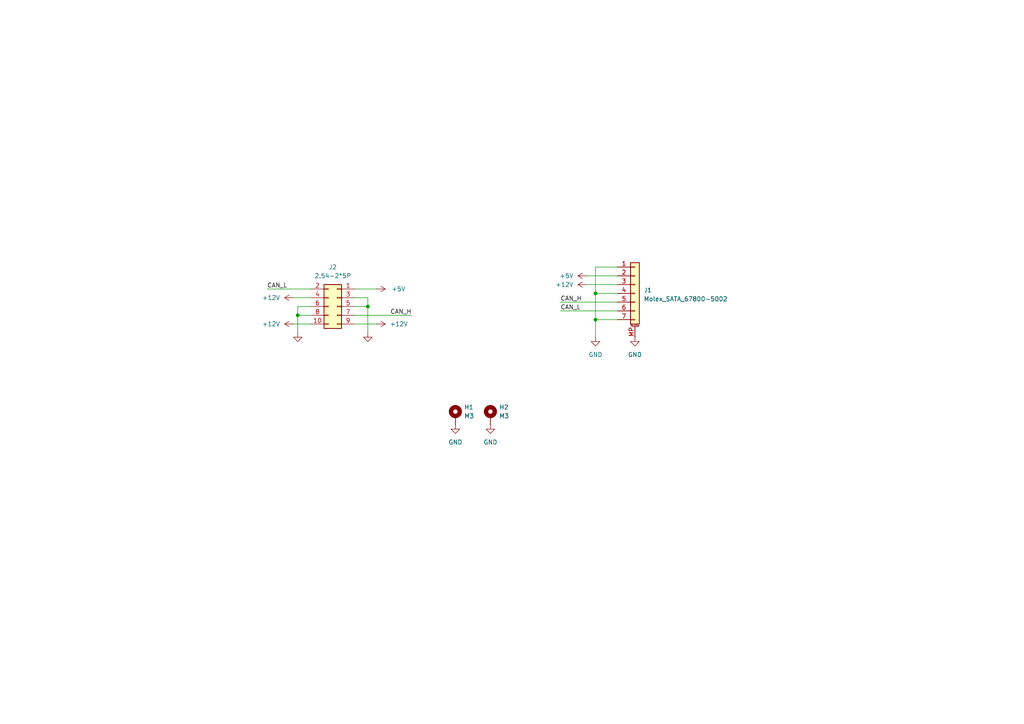
<source format=kicad_sch>
(kicad_sch (version 20231120) (generator "eeschema") (generator_version "8.0")
  (paper "A4")
  (title_block (title "SMPBR - SATA Expansion") (date "2024-10-10") (rev "${VERSION}") (company "TrendBit s.r.o.") (comment 1 "Designed by: Petr Malaník"))
  (lib_symbols
    (symbol "Connector_Generic:Conn_02x05_Odd_Even" (pin_names (offset 1.016) hide)
      (property "Reference" "J" (at 1.27 7.62 0))
      (property "Value" "Conn_02x05_Odd_Even" (at 1.27 -7.62 0))
      (symbol "Conn_02x05_Odd_Even_1_1"
        (rectangle (start -1.27 -4.953) (end 0 -5.207) (stroke (width 0.1524)))
        (rectangle (start -1.27 -2.413) (end 0 -2.667) (stroke (width 0.1524)))
        (rectangle (start -1.27 0.127) (end 0 -0.127) (stroke (width 0.1524)))
        (rectangle (start -1.27 2.667) (end 0 2.413) (stroke (width 0.1524)))
        (rectangle (start -1.27 5.207) (end 0 4.953) (stroke (width 0.1524)))
        (rectangle (start -1.27 6.35) (end 3.81 -6.35) (stroke (width 0.254)) (fill (type background)))
        (rectangle (start 3.81 -4.953) (end 2.54 -5.207) (stroke (width 0.1524)))
        (rectangle (start 3.81 -2.413) (end 2.54 -2.667) (stroke (width 0.1524)))
        (rectangle (start 3.81 0.127) (end 2.54 -0.127) (stroke (width 0.1524)))
        (rectangle (start 3.81 2.667) (end 2.54 2.413) (stroke (width 0.1524)))
        (rectangle (start 3.81 5.207) (end 2.54 4.953) (stroke (width 0.1524)))
        (pin passive line (at -5.08 5.08 0) (length 3.81) (name "Pin_1") (number "1"))
        (pin passive line (at 7.62 -5.08 180) (length 3.81) (name "Pin_10") (number "10"))
        (pin passive line (at 7.62 5.08 180) (length 3.81) (name "Pin_2") (number "2"))
        (pin passive line (at -5.08 2.54 0) (length 3.81) (name "Pin_3") (number "3"))
        (pin passive line (at 7.62 2.54 180) (length 3.81) (name "Pin_4") (number "4"))
        (pin passive line (at -5.08 0 0) (length 3.81) (name "Pin_5") (number "5"))
        (pin passive line (at 7.62 0 180) (length 3.81) (name "Pin_6") (number "6"))
        (pin passive line (at -5.08 -2.54 0) (length 3.81) (name "Pin_7") (number "7"))
        (pin passive line (at 7.62 -2.54 180) (length 3.81) (name "Pin_8") (number "8"))
        (pin passive line (at -5.08 -5.08 0) (length 3.81) (name "Pin_9") (number "9"))
      )
    )
    (symbol "Connector_Generic_MountingPin:Conn_01x07_MountingPin" (pin_names (offset 1.016) hide)
      (property "Reference" "J" (at 0 10.16 0))
      (property "Value" "Conn_01x07_MountingPin" (at 1.27 -10.16 0))
      (symbol "Conn_01x07_MountingPin_1_1"
        (rectangle (start -1.27 -7.493) (end 0 -7.747) (stroke (width 0.1524)))
        (rectangle (start -1.27 -4.953) (end 0 -5.207) (stroke (width 0.1524)))
        (rectangle (start -1.27 -2.413) (end 0 -2.667) (stroke (width 0.1524)))
        (rectangle (start -1.27 0.127) (end 0 -0.127) (stroke (width 0.1524)))
        (rectangle (start -1.27 2.667) (end 0 2.413) (stroke (width 0.1524)))
        (rectangle (start -1.27 5.207) (end 0 4.953) (stroke (width 0.1524)))
        (rectangle (start -1.27 7.747) (end 0 7.493) (stroke (width 0.1524)))
        (rectangle (start -1.27 8.89) (end 1.27 -8.89) (stroke (width 0.254)) (fill (type background)))
        (polyline (pts (xy -1.016 -9.652) (xy 1.016 -9.652)) (stroke (width 0.1524)))
        (text "Mounting" (at 0 -9.271 0) (effects (font (size 0.381 0.381))))
        (pin passive line (at -5.08 7.62 0) (length 3.81) (name "Pin_1") (number "1"))
        (pin passive line (at -5.08 5.08 0) (length 3.81) (name "Pin_2") (number "2"))
        (pin passive line (at -5.08 2.54 0) (length 3.81) (name "Pin_3") (number "3"))
        (pin passive line (at -5.08 0 0) (length 3.81) (name "Pin_4") (number "4"))
        (pin passive line (at -5.08 -2.54 0) (length 3.81) (name "Pin_5") (number "5"))
        (pin passive line (at -5.08 -5.08 0) (length 3.81) (name "Pin_6") (number "6"))
        (pin passive line (at -5.08 -7.62 0) (length 3.81) (name "Pin_7") (number "7"))
        (pin passive line (at 0 -12.7 90) (length 3.048) (name "MountPin") (number "MP"))
      )
    )
    (symbol "Mechanical:MountingHole_Pad" (pin_numbers hide) (pin_names (offset 1.016) hide) (exclude_from_sim yes) (in_bom no)
      (property "Reference" "H" (at 0 6.35 0))
      (property "Value" "MountingHole_Pad" (at 0 4.445 0))
      (symbol "MountingHole_Pad_0_1"
        (circle (center 0 1.27) (radius 1.27) (stroke (width 1.27)))
      )
      (symbol "MountingHole_Pad_1_1"
        (pin input line (at 0 -2.54 90) (length 2.54) (name "1") (number "1"))
      )
    )
    (symbol "power:+12V" (power) (pin_numbers hide) (pin_names (offset 0) hide)
      (property "Value" "+12V" (at 0 3.556 0))
      (symbol "+12V_0_1"
        (polyline (pts (xy -0.762 1.27) (xy 0 2.54)))
        (polyline (pts (xy 0 0) (xy 0 2.54)))
        (polyline (pts (xy 0 2.54) (xy 0.762 1.27)))
      )
      (symbol "+12V_1_1"
        (pin power_in line (at 0 0 90) (length 0) (name "~") (number "1"))
      )
    )
    (symbol "power:+5V" (power) (pin_numbers hide) (pin_names (offset 0) hide)
      (property "Value" "+5V" (at 0 3.556 0))
      (symbol "+5V_0_1"
        (polyline (pts (xy -0.762 1.27) (xy 0 2.54)))
        (polyline (pts (xy 0 0) (xy 0 2.54)))
        (polyline (pts (xy 0 2.54) (xy 0.762 1.27)))
      )
      (symbol "+5V_1_1"
        (pin power_in line (at 0 0 90) (length 0) (name "~") (number "1"))
      )
    )
    (symbol "power:GND" (power) (pin_numbers hide) (pin_names (offset 0) hide)
      (property "Value" "GND" (at 0 -3.81 0))
      (symbol "GND_0_1"
        (polyline (pts (xy 0 0) (xy 0 -1.27) (xy 1.27 -1.27) (xy 0 -2.54) (xy -1.27 -1.27) (xy 0 -1.27)))
      )
      (symbol "GND_1_1"
        (pin power_in line (at 0 0 270) (length 0) (name "~") (number "1"))
      )
    )
  )
  (junction (at 106.68 88.9))
  (junction (at 86.36 91.44))
  (junction (at 172.72 92.71))
  (junction (at 172.72 85.09))
  (wire (pts (xy 172.72 92.71) (xy 179.07 92.71)))
  (wire (pts (xy 102.87 83.82) (xy 109.22 83.82)))
  (wire (pts (xy 102.87 91.44) (xy 119.38 91.44)))
  (wire (pts (xy 170.18 82.55) (xy 179.07 82.55)))
  (wire (pts (xy 90.17 88.9) (xy 86.36 88.9)))
  (wire (pts (xy 90.17 83.82) (xy 77.47 83.82)))
  (wire (pts (xy 102.87 88.9) (xy 106.68 88.9)))
  (wire (pts (xy 85.09 93.98) (xy 90.17 93.98)))
  (wire (pts (xy 172.72 85.09) (xy 179.07 85.09)))
  (wire (pts (xy 109.22 93.98) (xy 102.87 93.98)))
  (wire (pts (xy 106.68 86.36) (xy 106.68 88.9)))
  (wire (pts (xy 170.18 80.01) (xy 179.07 80.01)))
  (wire (pts (xy 86.36 91.44) (xy 90.17 91.44)))
  (wire (pts (xy 85.09 86.36) (xy 90.17 86.36)))
  (wire (pts (xy 86.36 91.44) (xy 86.36 96.52)))
  (wire (pts (xy 162.56 87.63) (xy 179.07 87.63)))
  (wire (pts (xy 162.56 90.17) (xy 179.07 90.17)))
  (wire (pts (xy 172.72 77.47) (xy 179.07 77.47)))
  (wire (pts (xy 172.72 92.71) (xy 172.72 97.79)))
  (wire (pts (xy 86.36 88.9) (xy 86.36 91.44)))
  (wire (pts (xy 172.72 85.09) (xy 172.72 92.71)))
  (wire (pts (xy 106.68 88.9) (xy 106.68 96.52)))
  (wire (pts (xy 172.72 77.47) (xy 172.72 85.09)))
  (wire (pts (xy 102.87 86.36) (xy 106.68 86.36)))
  (label "CAN_L" (at 162.56 90.17 0))
  (label "CAN_L" (at 77.47 83.82 0))
  (label "CAN_H" (at 162.56 87.63 0))
  (label "CAN_H" (at 119.38 91.44 180))
  (symbol (lib_id "power:GND") (at 86.36 96.52 0) (unit 1)
    (property "Reference" "#PWR07" (effects (hide yes)))
    (property "Value" "GND" (effects (hide yes)))
    (property "Description" "Power symbol creates a global label with name \"GND\" , ground" (effects (hide yes)))
  )
  (symbol (lib_id "power:GND") (at 172.72 97.79 0) (unit 1)
    (property "Reference" "#PWR02" (effects (hide yes)))
    (property "Value" "GND" (at 172.72 102.87 0))
    (property "Description" "Power symbol creates a global label with name \"GND\" , ground" (effects (hide yes)))
  )
  (symbol (lib_id "power:+12V") (at 85.09 86.36 90) (unit 1)
    (property "Reference" "#PWR05" (effects (hide yes)))
    (property "Value" "+12V" (at 81.28 86.3599 90) (effects (justify left)))
    (property "Description" "Power symbol creates a global label with name \"+12V\"" (effects (hide yes)))
  )
  (symbol (lib_id "power:GND") (at 184.15 97.79 0) (unit 1)
    (property "Reference" "#PWR01" (effects (hide yes)))
    (property "Value" "GND" (at 184.15 102.87 0))
    (property "Description" "Power symbol creates a global label with name \"GND\" , ground" (effects (hide yes)))
  )
  (symbol (lib_id "power:+5V") (at 170.18 80.01 90) (unit 1)
    (property "Reference" "#PWR03" (effects (hide yes)))
    (property "Value" "+5V" (at 166.37 80.0099 90) (effects (justify left)))
    (property "Description" "Power symbol creates a global label with name \"+5V\"" (effects (hide yes)))
  )
  (symbol (lib_id "power:+12V") (at 109.22 93.98 270) (unit 1)
    (property "Reference" "#PWR010" (effects (hide yes)))
    (property "Value" "+12V" (at 113.03 93.9801 90) (effects (justify left)))
    (property "Description" "Power symbol creates a global label with name \"+12V\"" (effects (hide yes)))
  )
  (symbol (lib_id "power:GND") (at 106.68 96.52 0) (unit 1)
    (property "Reference" "#PWR08" (effects (hide yes)))
    (property "Value" "GND" (effects (hide yes)))
    (property "Description" "Power symbol creates a global label with name \"GND\" , ground" (effects (hide yes)))
  )
  (symbol (lib_id "power:+12V") (at 170.18 82.55 90) (unit 1)
    (property "Reference" "#PWR04" (effects (hide yes)))
    (property "Value" "+12V" (at 166.37 82.5499 90) (effects (justify left)))
    (property "Description" "Power symbol creates a global label with name \"+12V\"" (effects (hide yes)))
  )
  (symbol (lib_id "Connector_Generic_MountingPin:Conn_01x07_MountingPin") (at 184.15 85.09 0) (unit 1)
    (property "Reference" "J1" (at 186.69 84.1755 0) (effects (justify left)))
    (property "Value" "Molex_SATA_67800-5002" (at 186.69 86.7155 0) (effects (justify left)))
    (property "Footprint" "TCY_connectors:Molex_SATA_67800-5002_Vertical_SMD" (effects (hide yes)))
    (property "Description" "Generic connectable mounting pin connector, single row, 01x07, script generated (kicad-library-utils/schlib/autogen/connector/)" (effects (hide yes)))
  )
  (symbol (lib_id "power:+12V") (at 85.09 93.98 90) (unit 1)
    (property "Reference" "#PWR06" (effects (hide yes)))
    (property "Value" "+12V" (at 81.28 93.9799 90) (effects (justify left)))
    (property "Description" "Power symbol creates a global label with name \"+12V\"" (effects (hide yes)))
  )
  (symbol (lib_id "Connector_Generic:Conn_02x05_Odd_Even") (at 97.79 88.9 0) (mirror y) (unit 1)
    (property "Reference" "J2" (at 96.52 77.47 0))
    (property "Value" "2.54-2*5P" (at 96.52 80.01 0))
    (property "Footprint" "Connector_IDC:IDC-Header_2x05_P2.54mm_Vertical" (effects (hide yes)))
    (property "Description" "Generic connector, double row, 02x05, odd/even pin numbering scheme (row 1 odd numbers, row 2 even numbers), script generated (kicad-library-utils/schlib/autogen/connector/)" (effects (hide yes)))
    (property "LCSC" "C5665" (effects (hide yes)))
    (property "MPN" " 2.54-2*5P" (effects (hide yes)))
  )
  (symbol (lib_id "power:+5V") (at 109.22 83.82 270) (unit 1)
    (property "Reference" "#PWR09" (effects (hide yes)))
    (property "Value" "+5V" (at 115.57 83.82 90))
  )
  (symbol (lib_id "Mechanical:MountingHole_Pad") (at 132.08 120.65 0) (unit 1) (exclude_from_sim yes) (in_bom no)
    (property "Reference" "H1" (at 134.62 118.1099 0) (effects (justify left)))
    (property "Value" "M3" (at 134.62 120.6499 0) (effects (justify left)))
    (property "Footprint" "MountingHole:MountingHole_3.2mm_M3_Pad_Via" (effects (hide yes)))
    (property "Description" "Mounting Hole with connection" (effects (hide yes)))
  )
  (symbol (lib_id "power:GND") (at 142.24 123.19 0) (unit 1)
    (property "Reference" "#PWR012" (effects (hide yes)))
    (property "Value" "GND" (at 142.24 128.27 0))
    (property "Description" "Power symbol creates a global label with name \"GND\" , ground" (effects (hide yes)))
  )
  (symbol (lib_id "Mechanical:MountingHole_Pad") (at 142.24 120.65 0) (unit 1) (exclude_from_sim yes) (in_bom no)
    (property "Reference" "H2" (at 144.78 118.1099 0) (effects (justify left)))
    (property "Value" "M3" (at 144.78 120.6499 0) (effects (justify left)))
    (property "Footprint" "MountingHole:MountingHole_3.2mm_M3_Pad_Via" (effects (hide yes)))
    (property "Description" "Mounting Hole with connection" (effects (hide yes)))
  )
  (symbol (lib_id "power:GND") (at 132.08 123.19 0) (unit 1)
    (property "Reference" "#PWR011" (effects (hide yes)))
    (property "Value" "GND" (at 132.08 128.27 0))
    (property "Description" "Power symbol creates a global label with name \"GND\" , ground" (effects (hide yes)))
  )
)
</source>
